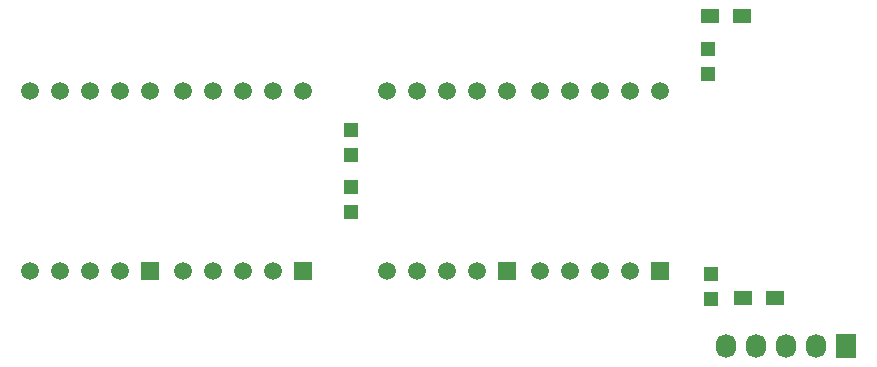
<source format=gbs>
G04 #@! TF.FileFunction,Soldermask,Bot*
%FSLAX46Y46*%
G04 Gerber Fmt 4.6, Leading zero omitted, Abs format (unit mm)*
G04 Created by KiCad (PCBNEW (2015-05-26 BZR 5680)-product) date 2015 June 10, Wednesday 08:28:10*
%MOMM*%
G01*
G04 APERTURE LIST*
%ADD10C,0.100000*%
%ADD11R,1.198880X1.198880*%
%ADD12R,1.727200X2.032000*%
%ADD13O,1.727200X2.032000*%
%ADD14R,1.500000X1.500000*%
%ADD15C,1.500000*%
%ADD16R,1.500000X1.300000*%
G04 APERTURE END LIST*
D10*
D11*
X115570000Y-54643020D03*
X115570000Y-52544980D03*
X146050000Y-62009020D03*
X146050000Y-59910980D03*
X145796000Y-40860980D03*
X145796000Y-42959020D03*
D12*
X157480000Y-66040000D03*
D13*
X154940000Y-66040000D03*
X152400000Y-66040000D03*
X149860000Y-66040000D03*
X147320000Y-66040000D03*
D11*
X115570000Y-47718980D03*
X115570000Y-49817020D03*
D14*
X98552000Y-59690000D03*
D15*
X96012000Y-59690000D03*
X93472000Y-59690000D03*
X90932000Y-59690000D03*
X88392000Y-59690000D03*
X88392000Y-44450000D03*
X90932000Y-44450000D03*
X93472000Y-44450000D03*
X96012000Y-44450000D03*
X98552000Y-44450000D03*
D14*
X111506000Y-59690000D03*
D15*
X108966000Y-59690000D03*
X106426000Y-59690000D03*
X103886000Y-59690000D03*
X101346000Y-59690000D03*
X101346000Y-44450000D03*
X103886000Y-44450000D03*
X106426000Y-44450000D03*
X108966000Y-44450000D03*
X111506000Y-44450000D03*
D14*
X128778000Y-59690000D03*
D15*
X126238000Y-59690000D03*
X123698000Y-59690000D03*
X121158000Y-59690000D03*
X118618000Y-59690000D03*
X118618000Y-44450000D03*
X121158000Y-44450000D03*
X123698000Y-44450000D03*
X126238000Y-44450000D03*
X128778000Y-44450000D03*
D14*
X141732000Y-59690000D03*
D15*
X139192000Y-59690000D03*
X136652000Y-59690000D03*
X134112000Y-59690000D03*
X131572000Y-59690000D03*
X131572000Y-44450000D03*
X134112000Y-44450000D03*
X136652000Y-44450000D03*
X139192000Y-44450000D03*
X141732000Y-44450000D03*
D16*
X148764000Y-61976000D03*
X151464000Y-61976000D03*
X145970000Y-38100000D03*
X148670000Y-38100000D03*
M02*

</source>
